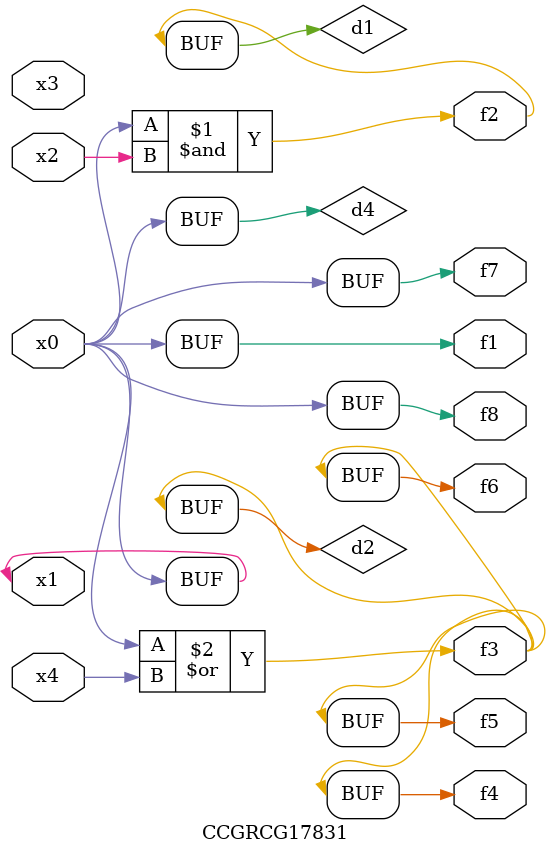
<source format=v>
module CCGRCG17831(
	input x0, x1, x2, x3, x4,
	output f1, f2, f3, f4, f5, f6, f7, f8
);

	wire d1, d2, d3, d4;

	and (d1, x0, x2);
	or (d2, x0, x4);
	nand (d3, x0, x2);
	buf (d4, x0, x1);
	assign f1 = d4;
	assign f2 = d1;
	assign f3 = d2;
	assign f4 = d2;
	assign f5 = d2;
	assign f6 = d2;
	assign f7 = d4;
	assign f8 = d4;
endmodule

</source>
